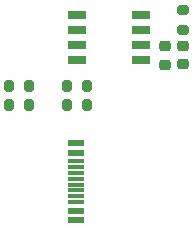
<source format=gbr>
%TF.GenerationSoftware,KiCad,Pcbnew,8.0.7*%
%TF.CreationDate,2025-01-19T22:37:32+01:00*%
%TF.ProjectId,USBPowerCut2,55534250-6f77-4657-9243-7574322e6b69,rev?*%
%TF.SameCoordinates,Original*%
%TF.FileFunction,Paste,Top*%
%TF.FilePolarity,Positive*%
%FSLAX46Y46*%
G04 Gerber Fmt 4.6, Leading zero omitted, Abs format (unit mm)*
G04 Created by KiCad (PCBNEW 8.0.7) date 2025-01-19 22:37:32*
%MOMM*%
%LPD*%
G01*
G04 APERTURE LIST*
G04 Aperture macros list*
%AMRoundRect*
0 Rectangle with rounded corners*
0 $1 Rounding radius*
0 $2 $3 $4 $5 $6 $7 $8 $9 X,Y pos of 4 corners*
0 Add a 4 corners polygon primitive as box body*
4,1,4,$2,$3,$4,$5,$6,$7,$8,$9,$2,$3,0*
0 Add four circle primitives for the rounded corners*
1,1,$1+$1,$2,$3*
1,1,$1+$1,$4,$5*
1,1,$1+$1,$6,$7*
1,1,$1+$1,$8,$9*
0 Add four rect primitives between the rounded corners*
20,1,$1+$1,$2,$3,$4,$5,0*
20,1,$1+$1,$4,$5,$6,$7,0*
20,1,$1+$1,$6,$7,$8,$9,0*
20,1,$1+$1,$8,$9,$2,$3,0*%
G04 Aperture macros list end*
%ADD10RoundRect,0.200000X0.200000X0.275000X-0.200000X0.275000X-0.200000X-0.275000X0.200000X-0.275000X0*%
%ADD11RoundRect,0.225000X0.250000X-0.225000X0.250000X0.225000X-0.250000X0.225000X-0.250000X-0.225000X0*%
%ADD12R,1.450000X0.600000*%
%ADD13R,1.450000X0.300000*%
%ADD14R,1.500000X0.650000*%
%ADD15RoundRect,0.200000X-0.200000X-0.275000X0.200000X-0.275000X0.200000X0.275000X-0.200000X0.275000X0*%
%ADD16RoundRect,0.200000X0.275000X-0.200000X0.275000X0.200000X-0.275000X0.200000X-0.275000X-0.200000X0*%
G04 APERTURE END LIST*
D10*
%TO.C,R3*%
X9225000Y-7400000D03*
X7575000Y-7400000D03*
%TD*%
%TO.C,R2*%
X9225000Y-9000000D03*
X7575000Y-9000000D03*
%TD*%
D11*
%TO.C,C2*%
X15850000Y-5600000D03*
X15850000Y-4050000D03*
%TD*%
D10*
%TO.C,R5*%
X2675000Y-7400000D03*
X4325000Y-7400000D03*
%TD*%
D11*
%TO.C,C1*%
X17350000Y-4025000D03*
X17350000Y-5575000D03*
%TD*%
D12*
%TO.C,J1*%
X8345000Y-12250000D03*
X8345000Y-13050000D03*
D13*
X8345000Y-13750000D03*
X8345000Y-14750000D03*
X8345000Y-16250000D03*
X8345000Y-17250000D03*
D12*
X8345000Y-17950000D03*
X8345000Y-18750000D03*
X8345000Y-18750000D03*
X8345000Y-17950000D03*
D13*
X8345000Y-16750000D03*
X8345000Y-15750000D03*
X8345000Y-15250000D03*
X8345000Y-14250000D03*
D12*
X8345000Y-13050000D03*
X8345000Y-12250000D03*
%TD*%
D14*
%TO.C,IC1*%
X8400000Y-5205000D03*
X8400000Y-3935000D03*
X8400000Y-2665000D03*
X8400000Y-1395000D03*
X13800000Y-1395000D03*
X13800000Y-2665000D03*
X13800000Y-3935000D03*
X13800000Y-5205000D03*
%TD*%
D15*
%TO.C,R1*%
X2675000Y-9000000D03*
X4325000Y-9000000D03*
%TD*%
D16*
%TO.C,R4*%
X17350000Y-2625000D03*
X17350000Y-975000D03*
%TD*%
M02*

</source>
